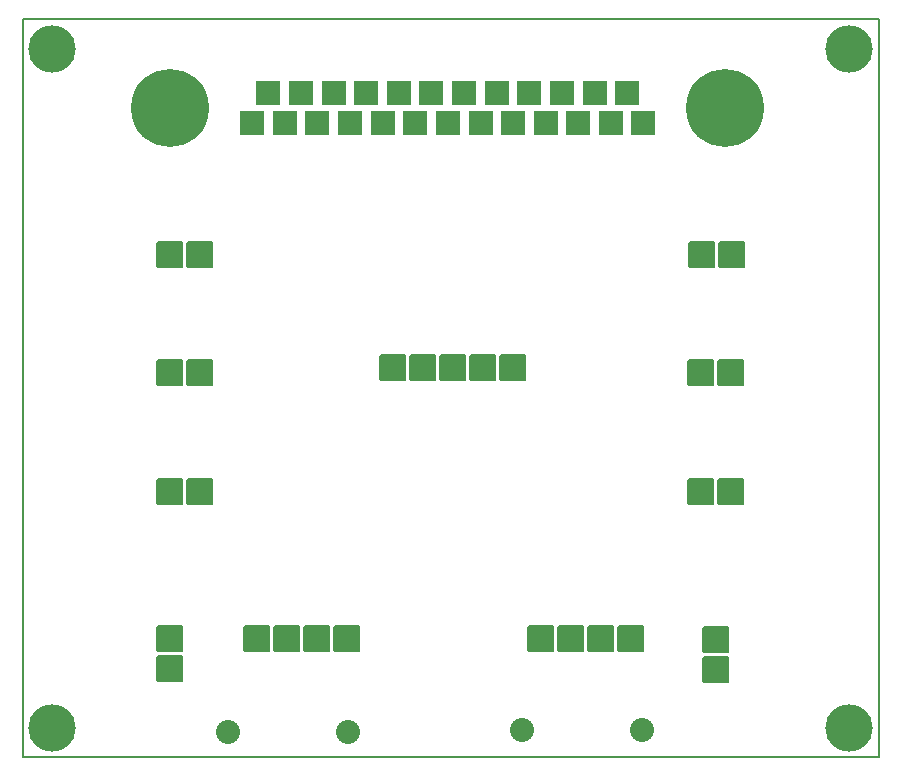
<source format=gbr>
G04 PROTEUS GERBER X2 FILE*
%TF.GenerationSoftware,Labcenter,Proteus,8.8-SP1-Build27031*%
%TF.CreationDate,2022-04-04T16:32:35+00:00*%
%TF.FileFunction,Soldermask,Bot*%
%TF.FilePolarity,Negative*%
%TF.Part,Single*%
%TF.SameCoordinates,{f11ef5d1-6b42-4984-83c1-33555d163e1d}*%
%FSLAX45Y45*%
%MOMM*%
G01*
%AMPPAD009*
4,1,36,
-0.889000,1.016000,
0.889000,1.016000,
0.914970,1.013470,
0.938980,1.006200,
0.960580,0.994650,
0.979290,0.979290,
0.994650,0.960570,
1.006200,0.938980,
1.013470,0.914970,
1.016000,0.889000,
1.016000,-0.889000,
1.013470,-0.914970,
1.006200,-0.938980,
0.994650,-0.960570,
0.979290,-0.979290,
0.960580,-0.994650,
0.938980,-1.006200,
0.914970,-1.013470,
0.889000,-1.016000,
-0.889000,-1.016000,
-0.914970,-1.013470,
-0.938980,-1.006200,
-0.960580,-0.994650,
-0.979290,-0.979290,
-0.994650,-0.960570,
-1.006200,-0.938980,
-1.013470,-0.914970,
-1.016000,-0.889000,
-1.016000,0.889000,
-1.013470,0.914970,
-1.006200,0.938980,
-0.994650,0.960570,
-0.979290,0.979290,
-0.960580,0.994650,
-0.938980,1.006200,
-0.914970,1.013470,
-0.889000,1.016000,
0*%
%TA.AperFunction,Material*%
%ADD19PPAD009*%
%ADD70C,6.604000*%
%AMPPAD011*
4,1,36,
-1.016000,1.143000,
1.016000,1.143000,
1.041970,1.140470,
1.065980,1.133200,
1.087580,1.121650,
1.106290,1.106290,
1.121650,1.087570,
1.133200,1.065980,
1.140470,1.041970,
1.143000,1.016000,
1.143000,-1.016000,
1.140470,-1.041970,
1.133200,-1.065980,
1.121650,-1.087570,
1.106290,-1.106290,
1.087580,-1.121650,
1.065980,-1.133200,
1.041970,-1.140470,
1.016000,-1.143000,
-1.016000,-1.143000,
-1.041970,-1.140470,
-1.065980,-1.133200,
-1.087580,-1.121650,
-1.106290,-1.106290,
-1.121650,-1.087570,
-1.133200,-1.065980,
-1.140470,-1.041970,
-1.143000,-1.016000,
-1.143000,1.016000,
-1.140470,1.041970,
-1.133200,1.065980,
-1.121650,1.087570,
-1.106290,1.106290,
-1.087580,1.121650,
-1.065980,1.133200,
-1.041970,1.140470,
-1.016000,1.143000,
0*%
%TA.AperFunction,Material*%
%ADD71PPAD011*%
%AMPPAD012*
4,1,36,
-1.143000,-1.016000,
-1.143000,1.016000,
-1.140470,1.041970,
-1.133200,1.065980,
-1.121650,1.087580,
-1.106290,1.106290,
-1.087570,1.121650,
-1.065980,1.133200,
-1.041970,1.140470,
-1.016000,1.143000,
1.016000,1.143000,
1.041970,1.140470,
1.065980,1.133200,
1.087570,1.121650,
1.106290,1.106290,
1.121650,1.087580,
1.133200,1.065980,
1.140470,1.041970,
1.143000,1.016000,
1.143000,-1.016000,
1.140470,-1.041970,
1.133200,-1.065980,
1.121650,-1.087580,
1.106290,-1.106290,
1.087570,-1.121650,
1.065980,-1.133200,
1.041970,-1.140470,
1.016000,-1.143000,
-1.016000,-1.143000,
-1.041970,-1.140470,
-1.065980,-1.133200,
-1.087570,-1.121650,
-1.106290,-1.106290,
-1.121650,-1.087580,
-1.133200,-1.065980,
-1.140470,-1.041970,
-1.143000,-1.016000,
0*%
%ADD20PPAD012*%
%ADD21C,2.032000*%
%TA.AperFunction,Material*%
%ADD22C,4.008000*%
%TA.AperFunction,Profile*%
%ADD16C,0.203200*%
%TD.AperFunction*%
D19*
X-1306580Y+4373000D03*
X-1029720Y+4373000D03*
X-755400Y+4373000D03*
X-478540Y+4373000D03*
X-201680Y+4373000D03*
X+72640Y+4373000D03*
X+349500Y+4373000D03*
X+626360Y+4373000D03*
X+900680Y+4373000D03*
X+1177540Y+4373000D03*
X+1454400Y+4373000D03*
X+1728720Y+4373000D03*
X+2005580Y+4373000D03*
X-1169420Y+4627000D03*
X-892560Y+4627000D03*
X-618240Y+4627000D03*
X-341380Y+4627000D03*
X-64520Y+4627000D03*
X+209800Y+4627000D03*
X+486660Y+4627000D03*
X+763520Y+4627000D03*
X+1037840Y+4627000D03*
X+1314700Y+4627000D03*
X+1591560Y+4627000D03*
X+1865880Y+4627000D03*
D70*
X-2000000Y+4500000D03*
X+2699000Y+4500000D03*
D71*
X-2000000Y+3250000D03*
X-1746000Y+3250000D03*
X+2500000Y+3250000D03*
X+2754000Y+3250000D03*
X-2004000Y+2250000D03*
X-1750000Y+2250000D03*
X+2496000Y+2250000D03*
X+2750000Y+2250000D03*
X+2496000Y+1250000D03*
X+2750000Y+1250000D03*
X-2000000Y+1250000D03*
X-1746000Y+1250000D03*
X-1262000Y+0D03*
X-1008000Y+0D03*
X-754000Y+0D03*
X-500000Y+0D03*
X+1138000Y+0D03*
X+1392000Y+0D03*
X+1646000Y+0D03*
X+1900000Y+0D03*
X-116000Y+2300000D03*
X+138000Y+2300000D03*
X+392000Y+2300000D03*
X+646000Y+2300000D03*
X+900000Y+2300000D03*
D20*
X-2000000Y-250000D03*
X-2000000Y+4000D03*
X+2624000Y-260000D03*
X+2624000Y-6000D03*
D21*
X-1510000Y-788000D03*
X-494000Y-788000D03*
X+974000Y-766000D03*
X+1990000Y-766000D03*
D22*
X-3000000Y+5000000D03*
X-3000000Y-750000D03*
X+3750000Y-750000D03*
X+3750000Y+5000000D03*
D16*
X-3250000Y-1000000D02*
X+4000000Y-1000000D01*
X+4000000Y+5250000D01*
X-3250000Y+5250000D01*
X-3250000Y-1000000D01*
M02*

</source>
